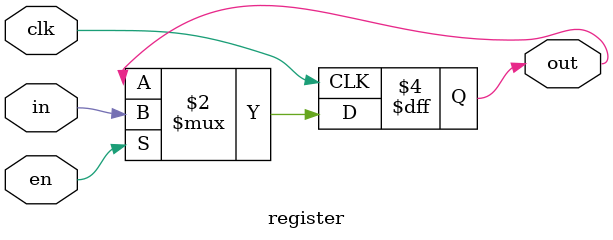
<source format=v>
module register #(
    parameter BIT_WIDTH = 1
) (
    output reg [BIT_WIDTH - 1:0] out,
    input wire [BIT_WIDTH - 1:0] in,
    input wire en, clk
);

    always @(posedge clk)
        if (en)
            out <= in;

endmodule

</source>
